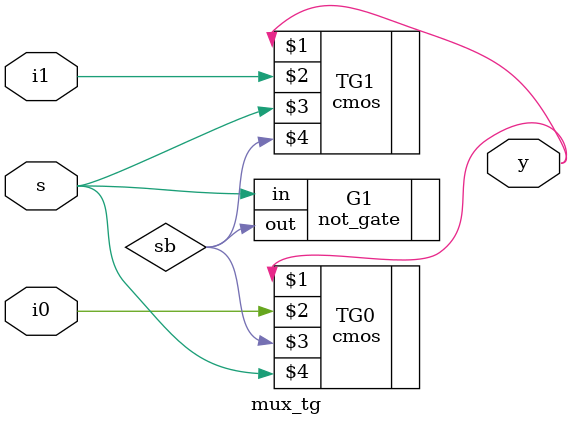
<source format=v>
module mux_tg(
  input i0, i1, s,
  output y);
  wire sb;
  
  not_gate G1(.out(sb), .in(s));
  cmos TG0(y, i0, sb ,s);
  cmos TG1(y, i1, s ,sb);

endmodule

</source>
